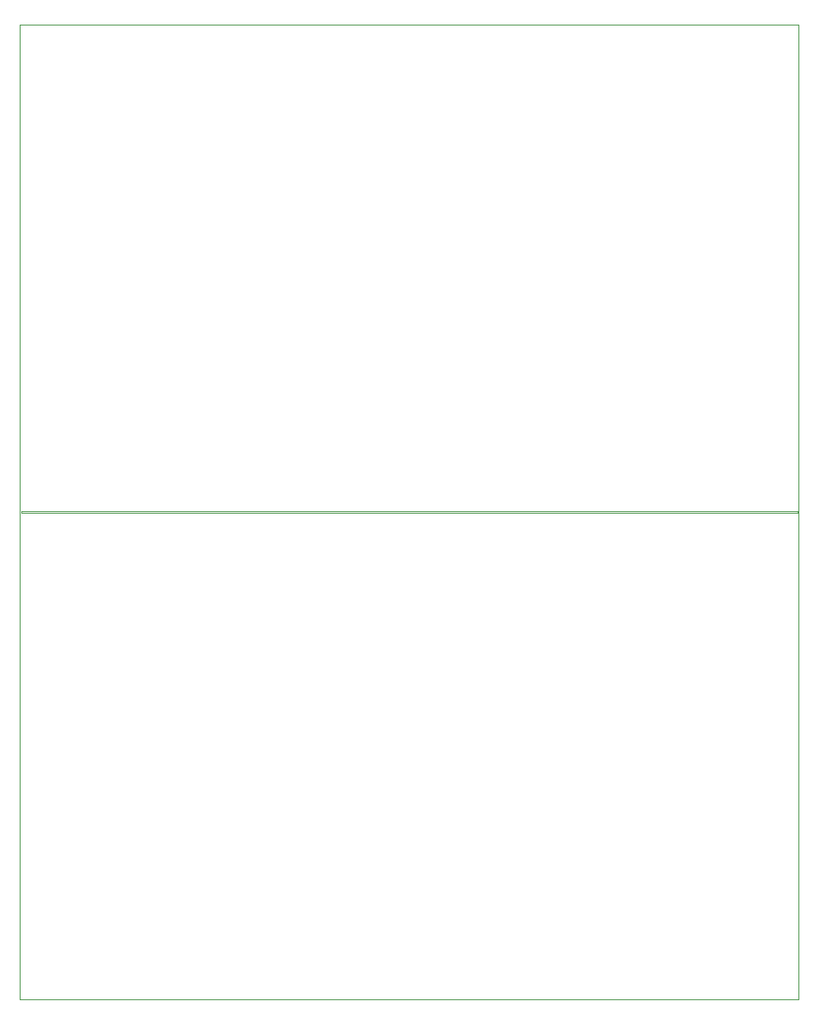
<source format=gbr>
%TF.GenerationSoftware,KiCad,Pcbnew,(6.0.0)*%
%TF.CreationDate,2022-02-01T13:42:31+07:00*%
%TF.ProjectId,egg_pro_mini,6567675f-7072-46f5-9f6d-696e692e6b69,rev?*%
%TF.SameCoordinates,Original*%
%TF.FileFunction,Profile,NP*%
%FSLAX46Y46*%
G04 Gerber Fmt 4.6, Leading zero omitted, Abs format (unit mm)*
G04 Created by KiCad (PCBNEW (6.0.0)) date 2022-02-01 13:42:31*
%MOMM*%
%LPD*%
G01*
G04 APERTURE LIST*
%TA.AperFunction,Profile*%
%ADD10C,0.100000*%
%TD*%
G04 APERTURE END LIST*
D10*
X199140000Y-80690000D02*
X119110000Y-80690000D01*
X119110000Y-80690000D02*
X119110000Y-80490000D01*
X119110000Y-80490000D02*
X199140000Y-80490000D01*
X199140000Y-80490000D02*
X199140000Y-80690000D01*
X199265000Y-130785000D02*
X118995000Y-130785000D01*
X118995000Y-130785000D02*
X118995000Y-30380000D01*
X118995000Y-30380000D02*
X199265000Y-30380000D01*
X199265000Y-30380000D02*
X199265000Y-130785000D01*
M02*

</source>
